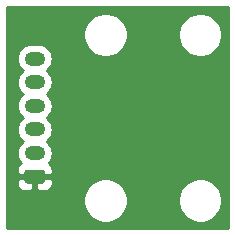
<source format=gbr>
%TF.GenerationSoftware,KiCad,Pcbnew,(5.1.9)-1*%
%TF.CreationDate,2021-10-16T13:59:42-06:00*%
%TF.ProjectId,ABSIS_Hall_Sensor,41425349-535f-4486-916c-6c5f53656e73,rev?*%
%TF.SameCoordinates,Original*%
%TF.FileFunction,Copper,L2,Bot*%
%TF.FilePolarity,Positive*%
%FSLAX46Y46*%
G04 Gerber Fmt 4.6, Leading zero omitted, Abs format (unit mm)*
G04 Created by KiCad (PCBNEW (5.1.9)-1) date 2021-10-16 13:59:42*
%MOMM*%
%LPD*%
G01*
G04 APERTURE LIST*
%TA.AperFunction,ComponentPad*%
%ADD10O,1.750000X1.200000*%
%TD*%
%TA.AperFunction,ViaPad*%
%ADD11C,0.800000*%
%TD*%
%TA.AperFunction,Conductor*%
%ADD12C,0.254000*%
%TD*%
%TA.AperFunction,Conductor*%
%ADD13C,0.100000*%
%TD*%
G04 APERTURE END LIST*
D10*
%TO.P,J1,6*%
%TO.N,GND*%
X165847000Y-93298000D03*
%TO.P,J1,5*%
%TO.N,/CSN*%
X165847000Y-95298000D03*
%TO.P,J1,4*%
%TO.N,/SCK*%
X165847000Y-97298000D03*
%TO.P,J1,3*%
%TO.N,/MOSI*%
X165847000Y-99298000D03*
%TO.P,J1,2*%
%TO.N,/MISO*%
X165847000Y-101298000D03*
%TO.P,J1,1*%
%TO.N,+5V*%
%TA.AperFunction,ComponentPad*%
G36*
G01*
X166472001Y-103898000D02*
X165221999Y-103898000D01*
G75*
G02*
X164972000Y-103648001I0J249999D01*
G01*
X164972000Y-102947999D01*
G75*
G02*
X165221999Y-102698000I249999J0D01*
G01*
X166472001Y-102698000D01*
G75*
G02*
X166722000Y-102947999I0J-249999D01*
G01*
X166722000Y-103648001D01*
G75*
G02*
X166472001Y-103898000I-249999J0D01*
G01*
G37*
%TD.AperFunction*%
%TD*%
D11*
%TO.N,+5V*%
X181340190Y-100711000D03*
%TD*%
D12*
%TO.N,+5V*%
X182187001Y-107638000D02*
X163507000Y-107638000D01*
X163507000Y-105112344D01*
X169962000Y-105112344D01*
X169962000Y-105483656D01*
X170034439Y-105847834D01*
X170176534Y-106190882D01*
X170382825Y-106499618D01*
X170645382Y-106762175D01*
X170954118Y-106968466D01*
X171297166Y-107110561D01*
X171661344Y-107183000D01*
X172032656Y-107183000D01*
X172396834Y-107110561D01*
X172739882Y-106968466D01*
X173048618Y-106762175D01*
X173311175Y-106499618D01*
X173517466Y-106190882D01*
X173659561Y-105847834D01*
X173732000Y-105483656D01*
X173732000Y-105112344D01*
X177962000Y-105112344D01*
X177962000Y-105483656D01*
X178034439Y-105847834D01*
X178176534Y-106190882D01*
X178382825Y-106499618D01*
X178645382Y-106762175D01*
X178954118Y-106968466D01*
X179297166Y-107110561D01*
X179661344Y-107183000D01*
X180032656Y-107183000D01*
X180396834Y-107110561D01*
X180739882Y-106968466D01*
X181048618Y-106762175D01*
X181311175Y-106499618D01*
X181517466Y-106190882D01*
X181659561Y-105847834D01*
X181732000Y-105483656D01*
X181732000Y-105112344D01*
X181659561Y-104748166D01*
X181517466Y-104405118D01*
X181311175Y-104096382D01*
X181048618Y-103833825D01*
X180739882Y-103627534D01*
X180396834Y-103485439D01*
X180032656Y-103413000D01*
X179661344Y-103413000D01*
X179297166Y-103485439D01*
X178954118Y-103627534D01*
X178645382Y-103833825D01*
X178382825Y-104096382D01*
X178176534Y-104405118D01*
X178034439Y-104748166D01*
X177962000Y-105112344D01*
X173732000Y-105112344D01*
X173659561Y-104748166D01*
X173517466Y-104405118D01*
X173311175Y-104096382D01*
X173048618Y-103833825D01*
X172739882Y-103627534D01*
X172396834Y-103485439D01*
X172032656Y-103413000D01*
X171661344Y-103413000D01*
X171297166Y-103485439D01*
X170954118Y-103627534D01*
X170645382Y-103833825D01*
X170382825Y-104096382D01*
X170176534Y-104405118D01*
X170034439Y-104748166D01*
X169962000Y-105112344D01*
X163507000Y-105112344D01*
X163507000Y-103898000D01*
X164333928Y-103898000D01*
X164346188Y-104022482D01*
X164382498Y-104142180D01*
X164441463Y-104252494D01*
X164520815Y-104349185D01*
X164617506Y-104428537D01*
X164727820Y-104487502D01*
X164847518Y-104523812D01*
X164972000Y-104536072D01*
X165561250Y-104533000D01*
X165720000Y-104374250D01*
X165720000Y-103425000D01*
X165974000Y-103425000D01*
X165974000Y-104374250D01*
X166132750Y-104533000D01*
X166722000Y-104536072D01*
X166846482Y-104523812D01*
X166966180Y-104487502D01*
X167076494Y-104428537D01*
X167173185Y-104349185D01*
X167252537Y-104252494D01*
X167311502Y-104142180D01*
X167347812Y-104022482D01*
X167360072Y-103898000D01*
X167357000Y-103583750D01*
X167198250Y-103425000D01*
X165974000Y-103425000D01*
X165720000Y-103425000D01*
X164495750Y-103425000D01*
X164337000Y-103583750D01*
X164333928Y-103898000D01*
X163507000Y-103898000D01*
X163507000Y-93298000D01*
X164331025Y-93298000D01*
X164354870Y-93540102D01*
X164425489Y-93772901D01*
X164540167Y-93987449D01*
X164694498Y-94175502D01*
X164843762Y-94298000D01*
X164694498Y-94420498D01*
X164540167Y-94608551D01*
X164425489Y-94823099D01*
X164354870Y-95055898D01*
X164331025Y-95298000D01*
X164354870Y-95540102D01*
X164425489Y-95772901D01*
X164540167Y-95987449D01*
X164694498Y-96175502D01*
X164843762Y-96298000D01*
X164694498Y-96420498D01*
X164540167Y-96608551D01*
X164425489Y-96823099D01*
X164354870Y-97055898D01*
X164331025Y-97298000D01*
X164354870Y-97540102D01*
X164425489Y-97772901D01*
X164540167Y-97987449D01*
X164694498Y-98175502D01*
X164843762Y-98298000D01*
X164694498Y-98420498D01*
X164540167Y-98608551D01*
X164425489Y-98823099D01*
X164354870Y-99055898D01*
X164331025Y-99298000D01*
X164354870Y-99540102D01*
X164425489Y-99772901D01*
X164540167Y-99987449D01*
X164694498Y-100175502D01*
X164843762Y-100298000D01*
X164694498Y-100420498D01*
X164540167Y-100608551D01*
X164425489Y-100823099D01*
X164354870Y-101055898D01*
X164331025Y-101298000D01*
X164354870Y-101540102D01*
X164425489Y-101772901D01*
X164540167Y-101987449D01*
X164666436Y-102141309D01*
X164617506Y-102167463D01*
X164520815Y-102246815D01*
X164441463Y-102343506D01*
X164382498Y-102453820D01*
X164346188Y-102573518D01*
X164333928Y-102698000D01*
X164337000Y-103012250D01*
X164495750Y-103171000D01*
X165720000Y-103171000D01*
X165720000Y-103151000D01*
X165974000Y-103151000D01*
X165974000Y-103171000D01*
X167198250Y-103171000D01*
X167357000Y-103012250D01*
X167360072Y-102698000D01*
X167347812Y-102573518D01*
X167311502Y-102453820D01*
X167252537Y-102343506D01*
X167173185Y-102246815D01*
X167076494Y-102167463D01*
X167027564Y-102141309D01*
X167153833Y-101987449D01*
X167268511Y-101772901D01*
X167339130Y-101540102D01*
X167362975Y-101298000D01*
X167339130Y-101055898D01*
X167268511Y-100823099D01*
X167153833Y-100608551D01*
X166999502Y-100420498D01*
X166850238Y-100298000D01*
X166999502Y-100175502D01*
X167153833Y-99987449D01*
X167268511Y-99772901D01*
X167339130Y-99540102D01*
X167362975Y-99298000D01*
X167339130Y-99055898D01*
X167268511Y-98823099D01*
X167153833Y-98608551D01*
X166999502Y-98420498D01*
X166850238Y-98298000D01*
X166999502Y-98175502D01*
X167153833Y-97987449D01*
X167268511Y-97772901D01*
X167339130Y-97540102D01*
X167362975Y-97298000D01*
X167339130Y-97055898D01*
X167268511Y-96823099D01*
X167153833Y-96608551D01*
X166999502Y-96420498D01*
X166850238Y-96298000D01*
X166999502Y-96175502D01*
X167153833Y-95987449D01*
X167268511Y-95772901D01*
X167339130Y-95540102D01*
X167362975Y-95298000D01*
X167339130Y-95055898D01*
X167268511Y-94823099D01*
X167153833Y-94608551D01*
X166999502Y-94420498D01*
X166850238Y-94298000D01*
X166999502Y-94175502D01*
X167153833Y-93987449D01*
X167268511Y-93772901D01*
X167339130Y-93540102D01*
X167362975Y-93298000D01*
X167339130Y-93055898D01*
X167268511Y-92823099D01*
X167153833Y-92608551D01*
X166999502Y-92420498D01*
X166811449Y-92266167D01*
X166596901Y-92151489D01*
X166364102Y-92080870D01*
X166182665Y-92063000D01*
X165511335Y-92063000D01*
X165329898Y-92080870D01*
X165097099Y-92151489D01*
X164882551Y-92266167D01*
X164694498Y-92420498D01*
X164540167Y-92608551D01*
X164425489Y-92823099D01*
X164354870Y-93055898D01*
X164331025Y-93298000D01*
X163507000Y-93298000D01*
X163507000Y-91112344D01*
X169962000Y-91112344D01*
X169962000Y-91483656D01*
X170034439Y-91847834D01*
X170176534Y-92190882D01*
X170382825Y-92499618D01*
X170645382Y-92762175D01*
X170954118Y-92968466D01*
X171297166Y-93110561D01*
X171661344Y-93183000D01*
X172032656Y-93183000D01*
X172396834Y-93110561D01*
X172739882Y-92968466D01*
X173048618Y-92762175D01*
X173311175Y-92499618D01*
X173517466Y-92190882D01*
X173659561Y-91847834D01*
X173732000Y-91483656D01*
X173732000Y-91112344D01*
X177962000Y-91112344D01*
X177962000Y-91483656D01*
X178034439Y-91847834D01*
X178176534Y-92190882D01*
X178382825Y-92499618D01*
X178645382Y-92762175D01*
X178954118Y-92968466D01*
X179297166Y-93110561D01*
X179661344Y-93183000D01*
X180032656Y-93183000D01*
X180396834Y-93110561D01*
X180739882Y-92968466D01*
X181048618Y-92762175D01*
X181311175Y-92499618D01*
X181517466Y-92190882D01*
X181659561Y-91847834D01*
X181732000Y-91483656D01*
X181732000Y-91112344D01*
X181659561Y-90748166D01*
X181517466Y-90405118D01*
X181311175Y-90096382D01*
X181048618Y-89833825D01*
X180739882Y-89627534D01*
X180396834Y-89485439D01*
X180032656Y-89413000D01*
X179661344Y-89413000D01*
X179297166Y-89485439D01*
X178954118Y-89627534D01*
X178645382Y-89833825D01*
X178382825Y-90096382D01*
X178176534Y-90405118D01*
X178034439Y-90748166D01*
X177962000Y-91112344D01*
X173732000Y-91112344D01*
X173659561Y-90748166D01*
X173517466Y-90405118D01*
X173311175Y-90096382D01*
X173048618Y-89833825D01*
X172739882Y-89627534D01*
X172396834Y-89485439D01*
X172032656Y-89413000D01*
X171661344Y-89413000D01*
X171297166Y-89485439D01*
X170954118Y-89627534D01*
X170645382Y-89833825D01*
X170382825Y-90096382D01*
X170176534Y-90405118D01*
X170034439Y-90748166D01*
X169962000Y-91112344D01*
X163507000Y-91112344D01*
X163507000Y-88958000D01*
X182187000Y-88958000D01*
X182187001Y-107638000D01*
%TA.AperFunction,Conductor*%
D13*
G36*
X182187001Y-107638000D02*
G01*
X163507000Y-107638000D01*
X163507000Y-105112344D01*
X169962000Y-105112344D01*
X169962000Y-105483656D01*
X170034439Y-105847834D01*
X170176534Y-106190882D01*
X170382825Y-106499618D01*
X170645382Y-106762175D01*
X170954118Y-106968466D01*
X171297166Y-107110561D01*
X171661344Y-107183000D01*
X172032656Y-107183000D01*
X172396834Y-107110561D01*
X172739882Y-106968466D01*
X173048618Y-106762175D01*
X173311175Y-106499618D01*
X173517466Y-106190882D01*
X173659561Y-105847834D01*
X173732000Y-105483656D01*
X173732000Y-105112344D01*
X177962000Y-105112344D01*
X177962000Y-105483656D01*
X178034439Y-105847834D01*
X178176534Y-106190882D01*
X178382825Y-106499618D01*
X178645382Y-106762175D01*
X178954118Y-106968466D01*
X179297166Y-107110561D01*
X179661344Y-107183000D01*
X180032656Y-107183000D01*
X180396834Y-107110561D01*
X180739882Y-106968466D01*
X181048618Y-106762175D01*
X181311175Y-106499618D01*
X181517466Y-106190882D01*
X181659561Y-105847834D01*
X181732000Y-105483656D01*
X181732000Y-105112344D01*
X181659561Y-104748166D01*
X181517466Y-104405118D01*
X181311175Y-104096382D01*
X181048618Y-103833825D01*
X180739882Y-103627534D01*
X180396834Y-103485439D01*
X180032656Y-103413000D01*
X179661344Y-103413000D01*
X179297166Y-103485439D01*
X178954118Y-103627534D01*
X178645382Y-103833825D01*
X178382825Y-104096382D01*
X178176534Y-104405118D01*
X178034439Y-104748166D01*
X177962000Y-105112344D01*
X173732000Y-105112344D01*
X173659561Y-104748166D01*
X173517466Y-104405118D01*
X173311175Y-104096382D01*
X173048618Y-103833825D01*
X172739882Y-103627534D01*
X172396834Y-103485439D01*
X172032656Y-103413000D01*
X171661344Y-103413000D01*
X171297166Y-103485439D01*
X170954118Y-103627534D01*
X170645382Y-103833825D01*
X170382825Y-104096382D01*
X170176534Y-104405118D01*
X170034439Y-104748166D01*
X169962000Y-105112344D01*
X163507000Y-105112344D01*
X163507000Y-103898000D01*
X164333928Y-103898000D01*
X164346188Y-104022482D01*
X164382498Y-104142180D01*
X164441463Y-104252494D01*
X164520815Y-104349185D01*
X164617506Y-104428537D01*
X164727820Y-104487502D01*
X164847518Y-104523812D01*
X164972000Y-104536072D01*
X165561250Y-104533000D01*
X165720000Y-104374250D01*
X165720000Y-103425000D01*
X165974000Y-103425000D01*
X165974000Y-104374250D01*
X166132750Y-104533000D01*
X166722000Y-104536072D01*
X166846482Y-104523812D01*
X166966180Y-104487502D01*
X167076494Y-104428537D01*
X167173185Y-104349185D01*
X167252537Y-104252494D01*
X167311502Y-104142180D01*
X167347812Y-104022482D01*
X167360072Y-103898000D01*
X167357000Y-103583750D01*
X167198250Y-103425000D01*
X165974000Y-103425000D01*
X165720000Y-103425000D01*
X164495750Y-103425000D01*
X164337000Y-103583750D01*
X164333928Y-103898000D01*
X163507000Y-103898000D01*
X163507000Y-93298000D01*
X164331025Y-93298000D01*
X164354870Y-93540102D01*
X164425489Y-93772901D01*
X164540167Y-93987449D01*
X164694498Y-94175502D01*
X164843762Y-94298000D01*
X164694498Y-94420498D01*
X164540167Y-94608551D01*
X164425489Y-94823099D01*
X164354870Y-95055898D01*
X164331025Y-95298000D01*
X164354870Y-95540102D01*
X164425489Y-95772901D01*
X164540167Y-95987449D01*
X164694498Y-96175502D01*
X164843762Y-96298000D01*
X164694498Y-96420498D01*
X164540167Y-96608551D01*
X164425489Y-96823099D01*
X164354870Y-97055898D01*
X164331025Y-97298000D01*
X164354870Y-97540102D01*
X164425489Y-97772901D01*
X164540167Y-97987449D01*
X164694498Y-98175502D01*
X164843762Y-98298000D01*
X164694498Y-98420498D01*
X164540167Y-98608551D01*
X164425489Y-98823099D01*
X164354870Y-99055898D01*
X164331025Y-99298000D01*
X164354870Y-99540102D01*
X164425489Y-99772901D01*
X164540167Y-99987449D01*
X164694498Y-100175502D01*
X164843762Y-100298000D01*
X164694498Y-100420498D01*
X164540167Y-100608551D01*
X164425489Y-100823099D01*
X164354870Y-101055898D01*
X164331025Y-101298000D01*
X164354870Y-101540102D01*
X164425489Y-101772901D01*
X164540167Y-101987449D01*
X164666436Y-102141309D01*
X164617506Y-102167463D01*
X164520815Y-102246815D01*
X164441463Y-102343506D01*
X164382498Y-102453820D01*
X164346188Y-102573518D01*
X164333928Y-102698000D01*
X164337000Y-103012250D01*
X164495750Y-103171000D01*
X165720000Y-103171000D01*
X165720000Y-103151000D01*
X165974000Y-103151000D01*
X165974000Y-103171000D01*
X167198250Y-103171000D01*
X167357000Y-103012250D01*
X167360072Y-102698000D01*
X167347812Y-102573518D01*
X167311502Y-102453820D01*
X167252537Y-102343506D01*
X167173185Y-102246815D01*
X167076494Y-102167463D01*
X167027564Y-102141309D01*
X167153833Y-101987449D01*
X167268511Y-101772901D01*
X167339130Y-101540102D01*
X167362975Y-101298000D01*
X167339130Y-101055898D01*
X167268511Y-100823099D01*
X167153833Y-100608551D01*
X166999502Y-100420498D01*
X166850238Y-100298000D01*
X166999502Y-100175502D01*
X167153833Y-99987449D01*
X167268511Y-99772901D01*
X167339130Y-99540102D01*
X167362975Y-99298000D01*
X167339130Y-99055898D01*
X167268511Y-98823099D01*
X167153833Y-98608551D01*
X166999502Y-98420498D01*
X166850238Y-98298000D01*
X166999502Y-98175502D01*
X167153833Y-97987449D01*
X167268511Y-97772901D01*
X167339130Y-97540102D01*
X167362975Y-97298000D01*
X167339130Y-97055898D01*
X167268511Y-96823099D01*
X167153833Y-96608551D01*
X166999502Y-96420498D01*
X166850238Y-96298000D01*
X166999502Y-96175502D01*
X167153833Y-95987449D01*
X167268511Y-95772901D01*
X167339130Y-95540102D01*
X167362975Y-95298000D01*
X167339130Y-95055898D01*
X167268511Y-94823099D01*
X167153833Y-94608551D01*
X166999502Y-94420498D01*
X166850238Y-94298000D01*
X166999502Y-94175502D01*
X167153833Y-93987449D01*
X167268511Y-93772901D01*
X167339130Y-93540102D01*
X167362975Y-93298000D01*
X167339130Y-93055898D01*
X167268511Y-92823099D01*
X167153833Y-92608551D01*
X166999502Y-92420498D01*
X166811449Y-92266167D01*
X166596901Y-92151489D01*
X166364102Y-92080870D01*
X166182665Y-92063000D01*
X165511335Y-92063000D01*
X165329898Y-92080870D01*
X165097099Y-92151489D01*
X164882551Y-92266167D01*
X164694498Y-92420498D01*
X164540167Y-92608551D01*
X164425489Y-92823099D01*
X164354870Y-93055898D01*
X164331025Y-93298000D01*
X163507000Y-93298000D01*
X163507000Y-91112344D01*
X169962000Y-91112344D01*
X169962000Y-91483656D01*
X170034439Y-91847834D01*
X170176534Y-92190882D01*
X170382825Y-92499618D01*
X170645382Y-92762175D01*
X170954118Y-92968466D01*
X171297166Y-93110561D01*
X171661344Y-93183000D01*
X172032656Y-93183000D01*
X172396834Y-93110561D01*
X172739882Y-92968466D01*
X173048618Y-92762175D01*
X173311175Y-92499618D01*
X173517466Y-92190882D01*
X173659561Y-91847834D01*
X173732000Y-91483656D01*
X173732000Y-91112344D01*
X177962000Y-91112344D01*
X177962000Y-91483656D01*
X178034439Y-91847834D01*
X178176534Y-92190882D01*
X178382825Y-92499618D01*
X178645382Y-92762175D01*
X178954118Y-92968466D01*
X179297166Y-93110561D01*
X179661344Y-93183000D01*
X180032656Y-93183000D01*
X180396834Y-93110561D01*
X180739882Y-92968466D01*
X181048618Y-92762175D01*
X181311175Y-92499618D01*
X181517466Y-92190882D01*
X181659561Y-91847834D01*
X181732000Y-91483656D01*
X181732000Y-91112344D01*
X181659561Y-90748166D01*
X181517466Y-90405118D01*
X181311175Y-90096382D01*
X181048618Y-89833825D01*
X180739882Y-89627534D01*
X180396834Y-89485439D01*
X180032656Y-89413000D01*
X179661344Y-89413000D01*
X179297166Y-89485439D01*
X178954118Y-89627534D01*
X178645382Y-89833825D01*
X178382825Y-90096382D01*
X178176534Y-90405118D01*
X178034439Y-90748166D01*
X177962000Y-91112344D01*
X173732000Y-91112344D01*
X173659561Y-90748166D01*
X173517466Y-90405118D01*
X173311175Y-90096382D01*
X173048618Y-89833825D01*
X172739882Y-89627534D01*
X172396834Y-89485439D01*
X172032656Y-89413000D01*
X171661344Y-89413000D01*
X171297166Y-89485439D01*
X170954118Y-89627534D01*
X170645382Y-89833825D01*
X170382825Y-90096382D01*
X170176534Y-90405118D01*
X170034439Y-90748166D01*
X169962000Y-91112344D01*
X163507000Y-91112344D01*
X163507000Y-88958000D01*
X182187000Y-88958000D01*
X182187001Y-107638000D01*
G37*
%TD.AperFunction*%
%TD*%
M02*

</source>
